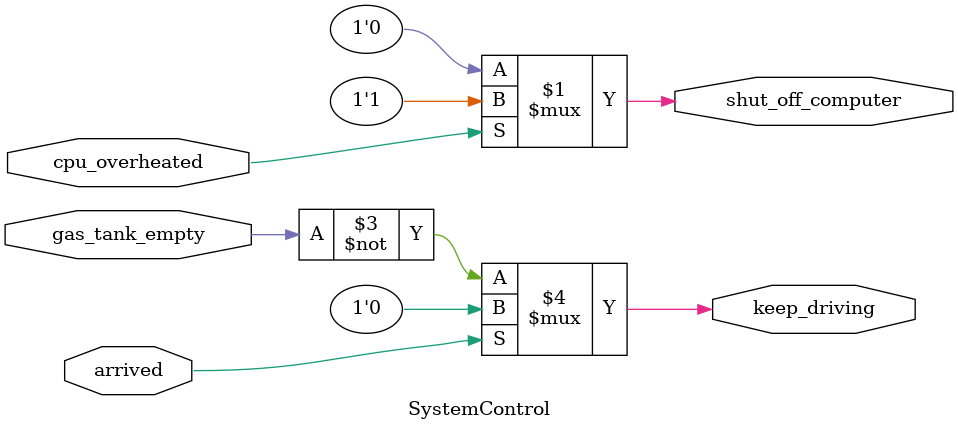
<source format=sv>
module SystemControl (
    input logic cpu_overheated, // 1-bit input: Indicates if the CPU is overheated
    input logic arrived,        // 1-bit input: Indicates whether the destination is arrived
    input logic gas_tank_empty, // 1-bit input: Indicates if the gas tank is empty
    output logic shut_off_computer, // 1-bit output: Signal to shut off the computer
    output logic keep_driving    // 1-bit output: Signal to keep driving
);

// Combinational Logic
// Ensure outputs are always assigned to avoid latches
assign shut_off_computer = (cpu_overheated) ? 1'b1 : 1'b0; // Set to 1 when CPU is overheated

assign keep_driving = (~arrived) ? ~gas_tank_empty : 1'b0; // Drive if not arrived and gas tank is not empty

endmodule
</source>
